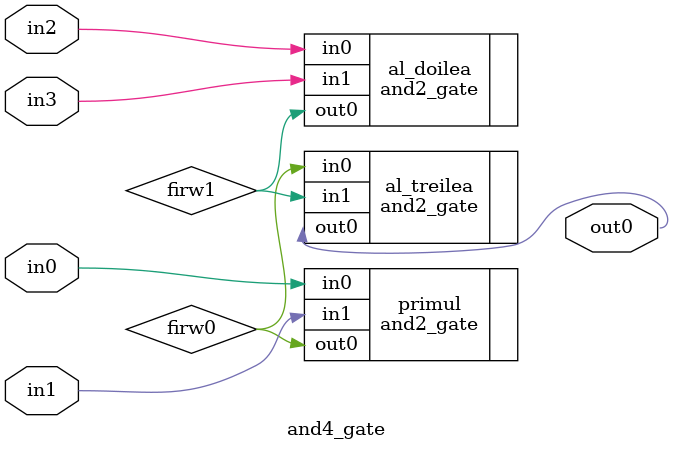
<source format=v>
module and4_gate (
				input wire in0,
				input wire in1,
				input wire in2,
				input wire in3,
				output wire out0
				);
wire firw0;
wire firw1;
and2_gate primul (
				.in0(in0),
				.in1(in1),
				.out0(firw0)
				);
and2_gate al_doilea (
				.in0(in2),
				.in1(in3),
				.out0(firw1)
				);
and2_gate al_treilea (
				.in0(firw0),
				.in1(firw1),
				.out0(out0)
				);

endmodule //and4_gate
</source>
